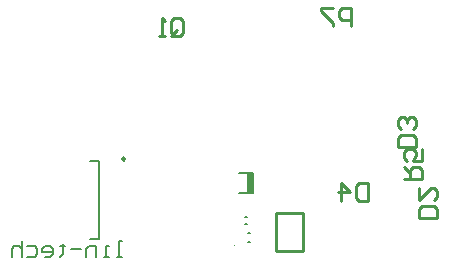
<source format=gbo>
G04 Layer_Color=32896*
%FSTAX24Y24*%
%MOIN*%
G70*
G01*
G75*
%ADD36C,0.0098*%
%ADD37C,0.0100*%
%ADD38C,0.0079*%
%ADD39C,0.0071*%
%ADD62C,0.0039*%
%ADD63R,0.0217X0.0650*%
D36*
X025113Y03356D02*
G03*
X025113Y03356I-000049J0D01*
G01*
D37*
X03015Y03175D02*
X03105D01*
X03015Y0305D02*
Y03175D01*
Y0305D02*
X03105D01*
Y03175D01*
X03321Y03275D02*
Y03215D01*
X03291D01*
X03281Y03225D01*
Y03265D01*
X03291Y03275D01*
X03321D01*
X03231Y03215D02*
Y03275D01*
X03261Y03245D01*
X03221D01*
X0355Y0316D02*
X0349D01*
Y0319D01*
X035Y032D01*
X0354D01*
X0355Y0319D01*
Y0316D01*
X0349Y0326D02*
Y0322D01*
X0353Y0326D01*
X0354D01*
X0355Y0325D01*
Y0323D01*
X0354Y0322D01*
X0348Y03395D02*
X0342D01*
Y03425D01*
X0343Y03435D01*
X0347D01*
X0348Y03425D01*
Y03395D01*
X0347Y03455D02*
X0348Y03465D01*
Y03485D01*
X0347Y03495D01*
X0346D01*
X0345Y03485D01*
Y03475D01*
Y03485D01*
X0344Y03495D01*
X0343D01*
X0342Y03485D01*
Y03465D01*
X0343Y03455D01*
X03265Y038D02*
Y0386D01*
X03235D01*
X03225Y0385D01*
Y0383D01*
X03235Y0382D01*
X03265D01*
X03205Y0386D02*
X03165D01*
Y0385D01*
X03205Y0381D01*
Y038D01*
X0344Y0329D02*
X035D01*
Y0332D01*
X0349Y0333D01*
X0347D01*
X0346Y0332D01*
Y0329D01*
Y0331D02*
X0344Y0333D01*
X035Y0339D02*
Y0335D01*
X0347D01*
X0348Y0337D01*
Y0338D01*
X0347Y0339D01*
X0345D01*
X0344Y0338D01*
Y0336D01*
X0345Y0335D01*
X02665Y03775D02*
Y03815D01*
X02675Y03825D01*
X02695D01*
X02705Y03815D01*
Y03775D01*
X02695Y03765D01*
X02675D01*
X02685Y03785D02*
X02665Y03765D01*
X02675D02*
X02665Y03775D01*
X02645Y03765D02*
X02625D01*
X02635D01*
Y03825D01*
X02645Y03815D01*
D38*
X029386Y032425D02*
Y033075D01*
X028914Y032425D02*
X029386D01*
X028914Y033075D02*
X029386D01*
X029211Y031098D02*
X029289D01*
X029211Y030802D02*
X029289D01*
X029111Y031372D02*
X029189D01*
X029111Y031628D02*
X029189D01*
X023942Y030901D02*
X024257D01*
Y033499D01*
X023942D02*
X024257D01*
D39*
X025Y0303D02*
X024829D01*
X024915D01*
Y030812D01*
X025D01*
X024574Y0303D02*
X024403D01*
X024488D01*
Y030641D01*
X024574D01*
X024147Y0303D02*
Y030641D01*
X023891D01*
X023806Y030556D01*
Y0303D01*
X023636Y030556D02*
X023295D01*
X023039Y030726D02*
Y030641D01*
X023124D01*
X022953D01*
X023039D01*
Y030385D01*
X022953Y0303D01*
X022442D02*
X022612D01*
X022698Y030385D01*
Y030556D01*
X022612Y030641D01*
X022442D01*
X022357Y030556D01*
Y030471D01*
X022698D01*
X021845Y030641D02*
X022101D01*
X022186Y030556D01*
Y030385D01*
X022101Y0303D01*
X021845D01*
X021674Y030812D02*
Y0303D01*
Y030556D01*
X021589Y030641D01*
X021418D01*
X021333Y030556D01*
Y0303D01*
D62*
X028753Y030679D02*
G03*
X028753Y030679I-00002J0D01*
G01*
D63*
X029278Y03275D02*
D03*
M02*

</source>
